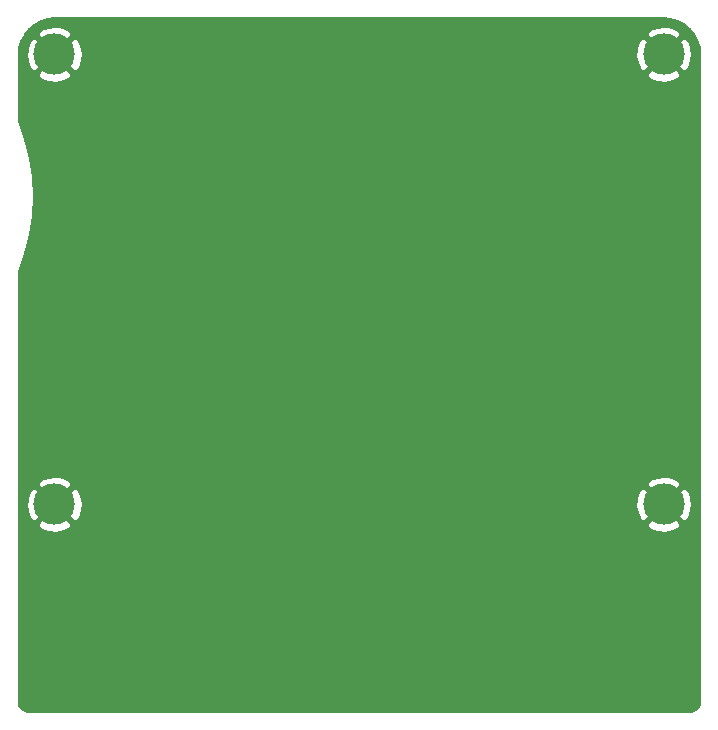
<source format=gbl>
%TF.GenerationSoftware,KiCad,Pcbnew,(5.1.8)-1*%
%TF.CreationDate,2021-04-27T16:43:27+02:00*%
%TF.ProjectId,ZX Cartridge 2021 FA5 Cassette,5a582043-6172-4747-9269-646765203230,rev?*%
%TF.SameCoordinates,Original*%
%TF.FileFunction,Copper,L2,Bot*%
%TF.FilePolarity,Positive*%
%FSLAX46Y46*%
G04 Gerber Fmt 4.6, Leading zero omitted, Abs format (unit mm)*
G04 Created by KiCad (PCBNEW (5.1.8)-1) date 2021-04-27 16:43:27*
%MOMM*%
%LPD*%
G01*
G04 APERTURE LIST*
%TA.AperFunction,ComponentPad*%
%ADD10C,3.500000*%
%TD*%
%TA.AperFunction,Conductor*%
%ADD11C,0.254000*%
%TD*%
%TA.AperFunction,Conductor*%
%ADD12C,0.100000*%
%TD*%
G04 APERTURE END LIST*
D10*
%TO.P,M1,1*%
%TO.N,Net-(M1-Pad1)*%
X123444000Y-100330000D03*
%TD*%
%TO.P,M2,1*%
%TO.N,Net-(M1-Pad1)*%
X175011000Y-100330000D03*
%TD*%
%TO.P,M3,1*%
%TO.N,Net-(M1-Pad1)*%
X175011000Y-62230000D03*
%TD*%
%TO.P,M4,1*%
%TO.N,Net-(M1-Pad1)*%
X123444000Y-62230000D03*
%TD*%
D11*
%TO.N,Net-(M1-Pad1)*%
X175595429Y-59253166D02*
X176162406Y-59424347D01*
X176685339Y-59702396D01*
X177144302Y-60076716D01*
X177521821Y-60533060D01*
X177803513Y-61054038D01*
X177978645Y-61619802D01*
X178041246Y-62215403D01*
X178041297Y-62230197D01*
X178041298Y-116960159D01*
X178023951Y-117137074D01*
X177974556Y-117300679D01*
X177894330Y-117451562D01*
X177786318Y-117583998D01*
X177654644Y-117692928D01*
X177504320Y-117774208D01*
X177341072Y-117824741D01*
X177164531Y-117843297D01*
X121291831Y-117843297D01*
X121114926Y-117825951D01*
X120951321Y-117776556D01*
X120800438Y-117696330D01*
X120668002Y-117588318D01*
X120559072Y-117456644D01*
X120477792Y-117306320D01*
X120427259Y-117143072D01*
X120408702Y-116966521D01*
X120408702Y-116966508D01*
X120408702Y-101999609D01*
X121953997Y-101999609D01*
X122140073Y-102340766D01*
X122557409Y-102556513D01*
X123008815Y-102686696D01*
X123476946Y-102726313D01*
X123943811Y-102673842D01*
X124391468Y-102531297D01*
X124747927Y-102340766D01*
X124934003Y-101999609D01*
X173520997Y-101999609D01*
X173707073Y-102340766D01*
X174124409Y-102556513D01*
X174575815Y-102686696D01*
X175043946Y-102726313D01*
X175510811Y-102673842D01*
X175958468Y-102531297D01*
X176314927Y-102340766D01*
X176501003Y-101999609D01*
X175011000Y-100509605D01*
X173520997Y-101999609D01*
X124934003Y-101999609D01*
X123444000Y-100509605D01*
X121953997Y-101999609D01*
X120408702Y-101999609D01*
X120408702Y-100362946D01*
X121047687Y-100362946D01*
X121100158Y-100829811D01*
X121242703Y-101277468D01*
X121433234Y-101633927D01*
X121774391Y-101820003D01*
X123264395Y-100330000D01*
X123623605Y-100330000D01*
X125113609Y-101820003D01*
X125454766Y-101633927D01*
X125670513Y-101216591D01*
X125800696Y-100765185D01*
X125834736Y-100362946D01*
X172614687Y-100362946D01*
X172667158Y-100829811D01*
X172809703Y-101277468D01*
X173000234Y-101633927D01*
X173341391Y-101820003D01*
X174831395Y-100330000D01*
X175190605Y-100330000D01*
X176680609Y-101820003D01*
X177021766Y-101633927D01*
X177237513Y-101216591D01*
X177367696Y-100765185D01*
X177407313Y-100297054D01*
X177354842Y-99830189D01*
X177212297Y-99382532D01*
X177021766Y-99026073D01*
X176680609Y-98839997D01*
X175190605Y-100330000D01*
X174831395Y-100330000D01*
X173341391Y-98839997D01*
X173000234Y-99026073D01*
X172784487Y-99443409D01*
X172654304Y-99894815D01*
X172614687Y-100362946D01*
X125834736Y-100362946D01*
X125840313Y-100297054D01*
X125787842Y-99830189D01*
X125645297Y-99382532D01*
X125454766Y-99026073D01*
X125113609Y-98839997D01*
X123623605Y-100330000D01*
X123264395Y-100330000D01*
X121774391Y-98839997D01*
X121433234Y-99026073D01*
X121217487Y-99443409D01*
X121087304Y-99894815D01*
X121047687Y-100362946D01*
X120408702Y-100362946D01*
X120408702Y-98660391D01*
X121953997Y-98660391D01*
X123444000Y-100150395D01*
X124934003Y-98660391D01*
X173520997Y-98660391D01*
X175011000Y-100150395D01*
X176501003Y-98660391D01*
X176314927Y-98319234D01*
X175897591Y-98103487D01*
X175446185Y-97973304D01*
X174978054Y-97933687D01*
X174511189Y-97986158D01*
X174063532Y-98128703D01*
X173707073Y-98319234D01*
X173520997Y-98660391D01*
X124934003Y-98660391D01*
X124747927Y-98319234D01*
X124330591Y-98103487D01*
X123879185Y-97973304D01*
X123411054Y-97933687D01*
X122944189Y-97986158D01*
X122496532Y-98128703D01*
X122140073Y-98319234D01*
X121953997Y-98660391D01*
X120408702Y-98660391D01*
X120408704Y-80672661D01*
X120446448Y-80581087D01*
X120447359Y-80578527D01*
X120448412Y-80576045D01*
X120449073Y-80574209D01*
X120984328Y-79052588D01*
X120986000Y-79046971D01*
X120987745Y-79041397D01*
X120988223Y-79039506D01*
X121372439Y-77472913D01*
X121373558Y-77467145D01*
X121374747Y-77461444D01*
X121375039Y-77459515D01*
X121604548Y-75862907D01*
X121605098Y-75857062D01*
X121605726Y-75851266D01*
X121605827Y-75849318D01*
X121678440Y-74237934D01*
X121678418Y-74232094D01*
X121678477Y-74226234D01*
X121678388Y-74224285D01*
X121593410Y-72613506D01*
X121592816Y-72607680D01*
X121592305Y-72601859D01*
X121592026Y-72599928D01*
X121350270Y-71005128D01*
X121349110Y-70999386D01*
X121348033Y-70993644D01*
X121347568Y-70991749D01*
X120951340Y-69428152D01*
X120949616Y-69422520D01*
X120947993Y-69416941D01*
X120947344Y-69415101D01*
X120408703Y-67920594D01*
X120408703Y-63899609D01*
X121953997Y-63899609D01*
X122140073Y-64240766D01*
X122557409Y-64456513D01*
X123008815Y-64586696D01*
X123476946Y-64626313D01*
X123943811Y-64573842D01*
X124391468Y-64431297D01*
X124747927Y-64240766D01*
X124934003Y-63899609D01*
X173520997Y-63899609D01*
X173707073Y-64240766D01*
X174124409Y-64456513D01*
X174575815Y-64586696D01*
X175043946Y-64626313D01*
X175510811Y-64573842D01*
X175958468Y-64431297D01*
X176314927Y-64240766D01*
X176501003Y-63899609D01*
X175011000Y-62409605D01*
X173520997Y-63899609D01*
X124934003Y-63899609D01*
X123444000Y-62409605D01*
X121953997Y-63899609D01*
X120408703Y-63899609D01*
X120408703Y-62262946D01*
X121047687Y-62262946D01*
X121100158Y-62729811D01*
X121242703Y-63177468D01*
X121433234Y-63533927D01*
X121774391Y-63720003D01*
X123264395Y-62230000D01*
X123623605Y-62230000D01*
X125113609Y-63720003D01*
X125454766Y-63533927D01*
X125670513Y-63116591D01*
X125800696Y-62665185D01*
X125834736Y-62262946D01*
X172614687Y-62262946D01*
X172667158Y-62729811D01*
X172809703Y-63177468D01*
X173000234Y-63533927D01*
X173341391Y-63720003D01*
X174831395Y-62230000D01*
X175190605Y-62230000D01*
X176680609Y-63720003D01*
X177021766Y-63533927D01*
X177237513Y-63116591D01*
X177367696Y-62665185D01*
X177407313Y-62197054D01*
X177354842Y-61730189D01*
X177212297Y-61282532D01*
X177021766Y-60926073D01*
X176680609Y-60739997D01*
X175190605Y-62230000D01*
X174831395Y-62230000D01*
X173341391Y-60739997D01*
X173000234Y-60926073D01*
X172784487Y-61343409D01*
X172654304Y-61794815D01*
X172614687Y-62262946D01*
X125834736Y-62262946D01*
X125840313Y-62197054D01*
X125787842Y-61730189D01*
X125645297Y-61282532D01*
X125454766Y-60926073D01*
X125113609Y-60739997D01*
X123623605Y-62230000D01*
X123264395Y-62230000D01*
X121774391Y-60739997D01*
X121433234Y-60926073D01*
X121217487Y-61343409D01*
X121087304Y-61794815D01*
X121047687Y-62262946D01*
X120408703Y-62262946D01*
X120408703Y-62236830D01*
X120467166Y-61640571D01*
X120638347Y-61073594D01*
X120911222Y-60560391D01*
X121953997Y-60560391D01*
X123444000Y-62050395D01*
X124934003Y-60560391D01*
X173520997Y-60560391D01*
X175011000Y-62050395D01*
X176501003Y-60560391D01*
X176314927Y-60219234D01*
X175897591Y-60003487D01*
X175446185Y-59873304D01*
X174978054Y-59833687D01*
X174511189Y-59886158D01*
X174063532Y-60028703D01*
X173707073Y-60219234D01*
X173520997Y-60560391D01*
X124934003Y-60560391D01*
X124747927Y-60219234D01*
X124330591Y-60003487D01*
X123879185Y-59873304D01*
X123411054Y-59833687D01*
X122944189Y-59886158D01*
X122496532Y-60028703D01*
X122140073Y-60219234D01*
X121953997Y-60560391D01*
X120911222Y-60560391D01*
X120916396Y-60550661D01*
X121290716Y-60091698D01*
X121747060Y-59714179D01*
X122268038Y-59432487D01*
X122833802Y-59257355D01*
X123429403Y-59194754D01*
X123444197Y-59194703D01*
X174999170Y-59194703D01*
X175595429Y-59253166D01*
%TA.AperFunction,Conductor*%
D12*
G36*
X175595429Y-59253166D02*
G01*
X176162406Y-59424347D01*
X176685339Y-59702396D01*
X177144302Y-60076716D01*
X177521821Y-60533060D01*
X177803513Y-61054038D01*
X177978645Y-61619802D01*
X178041246Y-62215403D01*
X178041297Y-62230197D01*
X178041298Y-116960159D01*
X178023951Y-117137074D01*
X177974556Y-117300679D01*
X177894330Y-117451562D01*
X177786318Y-117583998D01*
X177654644Y-117692928D01*
X177504320Y-117774208D01*
X177341072Y-117824741D01*
X177164531Y-117843297D01*
X121291831Y-117843297D01*
X121114926Y-117825951D01*
X120951321Y-117776556D01*
X120800438Y-117696330D01*
X120668002Y-117588318D01*
X120559072Y-117456644D01*
X120477792Y-117306320D01*
X120427259Y-117143072D01*
X120408702Y-116966521D01*
X120408702Y-116966508D01*
X120408702Y-101999609D01*
X121953997Y-101999609D01*
X122140073Y-102340766D01*
X122557409Y-102556513D01*
X123008815Y-102686696D01*
X123476946Y-102726313D01*
X123943811Y-102673842D01*
X124391468Y-102531297D01*
X124747927Y-102340766D01*
X124934003Y-101999609D01*
X173520997Y-101999609D01*
X173707073Y-102340766D01*
X174124409Y-102556513D01*
X174575815Y-102686696D01*
X175043946Y-102726313D01*
X175510811Y-102673842D01*
X175958468Y-102531297D01*
X176314927Y-102340766D01*
X176501003Y-101999609D01*
X175011000Y-100509605D01*
X173520997Y-101999609D01*
X124934003Y-101999609D01*
X123444000Y-100509605D01*
X121953997Y-101999609D01*
X120408702Y-101999609D01*
X120408702Y-100362946D01*
X121047687Y-100362946D01*
X121100158Y-100829811D01*
X121242703Y-101277468D01*
X121433234Y-101633927D01*
X121774391Y-101820003D01*
X123264395Y-100330000D01*
X123623605Y-100330000D01*
X125113609Y-101820003D01*
X125454766Y-101633927D01*
X125670513Y-101216591D01*
X125800696Y-100765185D01*
X125834736Y-100362946D01*
X172614687Y-100362946D01*
X172667158Y-100829811D01*
X172809703Y-101277468D01*
X173000234Y-101633927D01*
X173341391Y-101820003D01*
X174831395Y-100330000D01*
X175190605Y-100330000D01*
X176680609Y-101820003D01*
X177021766Y-101633927D01*
X177237513Y-101216591D01*
X177367696Y-100765185D01*
X177407313Y-100297054D01*
X177354842Y-99830189D01*
X177212297Y-99382532D01*
X177021766Y-99026073D01*
X176680609Y-98839997D01*
X175190605Y-100330000D01*
X174831395Y-100330000D01*
X173341391Y-98839997D01*
X173000234Y-99026073D01*
X172784487Y-99443409D01*
X172654304Y-99894815D01*
X172614687Y-100362946D01*
X125834736Y-100362946D01*
X125840313Y-100297054D01*
X125787842Y-99830189D01*
X125645297Y-99382532D01*
X125454766Y-99026073D01*
X125113609Y-98839997D01*
X123623605Y-100330000D01*
X123264395Y-100330000D01*
X121774391Y-98839997D01*
X121433234Y-99026073D01*
X121217487Y-99443409D01*
X121087304Y-99894815D01*
X121047687Y-100362946D01*
X120408702Y-100362946D01*
X120408702Y-98660391D01*
X121953997Y-98660391D01*
X123444000Y-100150395D01*
X124934003Y-98660391D01*
X173520997Y-98660391D01*
X175011000Y-100150395D01*
X176501003Y-98660391D01*
X176314927Y-98319234D01*
X175897591Y-98103487D01*
X175446185Y-97973304D01*
X174978054Y-97933687D01*
X174511189Y-97986158D01*
X174063532Y-98128703D01*
X173707073Y-98319234D01*
X173520997Y-98660391D01*
X124934003Y-98660391D01*
X124747927Y-98319234D01*
X124330591Y-98103487D01*
X123879185Y-97973304D01*
X123411054Y-97933687D01*
X122944189Y-97986158D01*
X122496532Y-98128703D01*
X122140073Y-98319234D01*
X121953997Y-98660391D01*
X120408702Y-98660391D01*
X120408704Y-80672661D01*
X120446448Y-80581087D01*
X120447359Y-80578527D01*
X120448412Y-80576045D01*
X120449073Y-80574209D01*
X120984328Y-79052588D01*
X120986000Y-79046971D01*
X120987745Y-79041397D01*
X120988223Y-79039506D01*
X121372439Y-77472913D01*
X121373558Y-77467145D01*
X121374747Y-77461444D01*
X121375039Y-77459515D01*
X121604548Y-75862907D01*
X121605098Y-75857062D01*
X121605726Y-75851266D01*
X121605827Y-75849318D01*
X121678440Y-74237934D01*
X121678418Y-74232094D01*
X121678477Y-74226234D01*
X121678388Y-74224285D01*
X121593410Y-72613506D01*
X121592816Y-72607680D01*
X121592305Y-72601859D01*
X121592026Y-72599928D01*
X121350270Y-71005128D01*
X121349110Y-70999386D01*
X121348033Y-70993644D01*
X121347568Y-70991749D01*
X120951340Y-69428152D01*
X120949616Y-69422520D01*
X120947993Y-69416941D01*
X120947344Y-69415101D01*
X120408703Y-67920594D01*
X120408703Y-63899609D01*
X121953997Y-63899609D01*
X122140073Y-64240766D01*
X122557409Y-64456513D01*
X123008815Y-64586696D01*
X123476946Y-64626313D01*
X123943811Y-64573842D01*
X124391468Y-64431297D01*
X124747927Y-64240766D01*
X124934003Y-63899609D01*
X173520997Y-63899609D01*
X173707073Y-64240766D01*
X174124409Y-64456513D01*
X174575815Y-64586696D01*
X175043946Y-64626313D01*
X175510811Y-64573842D01*
X175958468Y-64431297D01*
X176314927Y-64240766D01*
X176501003Y-63899609D01*
X175011000Y-62409605D01*
X173520997Y-63899609D01*
X124934003Y-63899609D01*
X123444000Y-62409605D01*
X121953997Y-63899609D01*
X120408703Y-63899609D01*
X120408703Y-62262946D01*
X121047687Y-62262946D01*
X121100158Y-62729811D01*
X121242703Y-63177468D01*
X121433234Y-63533927D01*
X121774391Y-63720003D01*
X123264395Y-62230000D01*
X123623605Y-62230000D01*
X125113609Y-63720003D01*
X125454766Y-63533927D01*
X125670513Y-63116591D01*
X125800696Y-62665185D01*
X125834736Y-62262946D01*
X172614687Y-62262946D01*
X172667158Y-62729811D01*
X172809703Y-63177468D01*
X173000234Y-63533927D01*
X173341391Y-63720003D01*
X174831395Y-62230000D01*
X175190605Y-62230000D01*
X176680609Y-63720003D01*
X177021766Y-63533927D01*
X177237513Y-63116591D01*
X177367696Y-62665185D01*
X177407313Y-62197054D01*
X177354842Y-61730189D01*
X177212297Y-61282532D01*
X177021766Y-60926073D01*
X176680609Y-60739997D01*
X175190605Y-62230000D01*
X174831395Y-62230000D01*
X173341391Y-60739997D01*
X173000234Y-60926073D01*
X172784487Y-61343409D01*
X172654304Y-61794815D01*
X172614687Y-62262946D01*
X125834736Y-62262946D01*
X125840313Y-62197054D01*
X125787842Y-61730189D01*
X125645297Y-61282532D01*
X125454766Y-60926073D01*
X125113609Y-60739997D01*
X123623605Y-62230000D01*
X123264395Y-62230000D01*
X121774391Y-60739997D01*
X121433234Y-60926073D01*
X121217487Y-61343409D01*
X121087304Y-61794815D01*
X121047687Y-62262946D01*
X120408703Y-62262946D01*
X120408703Y-62236830D01*
X120467166Y-61640571D01*
X120638347Y-61073594D01*
X120911222Y-60560391D01*
X121953997Y-60560391D01*
X123444000Y-62050395D01*
X124934003Y-60560391D01*
X173520997Y-60560391D01*
X175011000Y-62050395D01*
X176501003Y-60560391D01*
X176314927Y-60219234D01*
X175897591Y-60003487D01*
X175446185Y-59873304D01*
X174978054Y-59833687D01*
X174511189Y-59886158D01*
X174063532Y-60028703D01*
X173707073Y-60219234D01*
X173520997Y-60560391D01*
X124934003Y-60560391D01*
X124747927Y-60219234D01*
X124330591Y-60003487D01*
X123879185Y-59873304D01*
X123411054Y-59833687D01*
X122944189Y-59886158D01*
X122496532Y-60028703D01*
X122140073Y-60219234D01*
X121953997Y-60560391D01*
X120911222Y-60560391D01*
X120916396Y-60550661D01*
X121290716Y-60091698D01*
X121747060Y-59714179D01*
X122268038Y-59432487D01*
X122833802Y-59257355D01*
X123429403Y-59194754D01*
X123444197Y-59194703D01*
X174999170Y-59194703D01*
X175595429Y-59253166D01*
G37*
%TD.AperFunction*%
%TD*%
M02*

</source>
